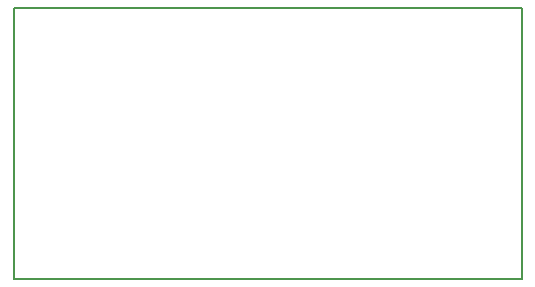
<source format=gbr>
G04 #@! TF.GenerationSoftware,KiCad,Pcbnew,(5.0.2)-1*
G04 #@! TF.CreationDate,2019-01-05T19:06:30+01:00*
G04 #@! TF.ProjectId,DrumMetter,4472756d-4d65-4747-9465-722e6b696361,01*
G04 #@! TF.SameCoordinates,Original*
G04 #@! TF.FileFunction,Profile,NP*
%FSLAX46Y46*%
G04 Gerber Fmt 4.6, Leading zero omitted, Abs format (unit mm)*
G04 Created by KiCad (PCBNEW (5.0.2)-1) date 05.01.2019 19:06:30*
%MOMM*%
%LPD*%
G01*
G04 APERTURE LIST*
%ADD10C,0.150000*%
G04 APERTURE END LIST*
D10*
X140000000Y-96500000D02*
X140000000Y-73500000D01*
X183000000Y-96500000D02*
X140000000Y-96500000D01*
X183000000Y-73500000D02*
X183000000Y-96500000D01*
X140000000Y-73500000D02*
X183000000Y-73500000D01*
M02*

</source>
